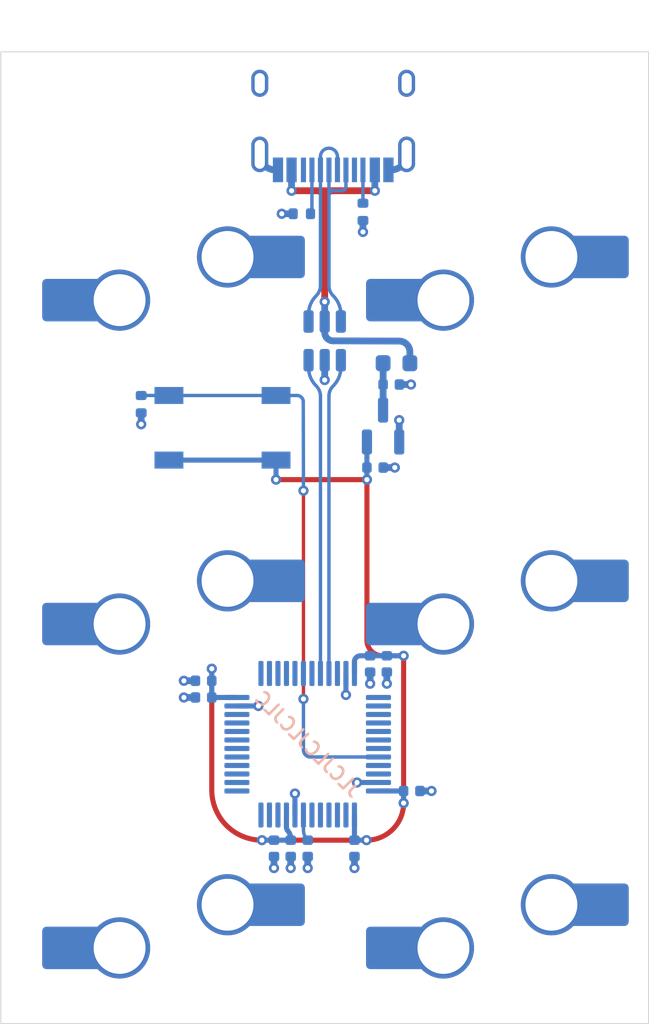
<source format=kicad_pcb>
(kicad_pcb (version 20240108) (generator "pcbnew") (generator_version "8.0")
  (title_block (title "ScottoModules (STM32F072CBT6)") (date "2024-07-13") (rev "2.0.0") (company "ScottoKeebs") (comment 1 "GND filled zone should be on In1.Cu and In2.Cu on a 4 layer board.") (comment 2 "GND can be used on F.Cu and B.Cu on a 2 layer board but not encouraged."))
  (layers (0 "F.Cu" signal) (1 "In1.Cu" signal) (2 "In2.Cu" signal) (31 "B.Cu" signal) (34 "B.Paste" user) (35 "F.Paste" user) (36 "B.SilkS" user "B.Silkscreen") (37 "F.SilkS" user "F.Silkscreen") (38 "B.Mask" user) (39 "F.Mask" user) (44 "Edge.Cuts" user))
  (net 0 "")
  (net 1 "GND")
  (net 2 "+3.3V")
  (net 3 "+5V")
  (net 4 "VBUS")
  (net 5 "/USB_D+")
  (net 6 "Net-(J1-CC1)")
  (net 7 "/USB_D-")
  (net 8 "Net-(J1-CC2)")
  (net 9 "/A7")
  (net 10 "/A0")
  (net 11 "/A6")
  (net 12 "/A9")
  (net 13 "/A5")
  (net 14 "/A3")
  (net 15 "/A1")
  (net 16 "/A8")
  (net 17 "/A4")
  (net 18 "/A13")
  (net 19 "/A14")
  (net 20 "/A15")
  (net 21 "/A10")
  (net 22 "/A2")
  (net 23 "/MCU_D-")
  (net 24 "/MCU_D+")
  (net 25 "/NRST")
  (net 26 "/BOOT0")
  (net 27 "/B12")
  (net 28 "/B3")
  (net 29 "/B6")
  (net 30 "/B0")
  (net 31 "/B8")
  (net 32 "/B7")
  (net 33 "/B2")
  (net 34 "/B4")
  (net 35 "/B1")
  (net 36 "/B13")
  (net 37 "/F1")
  (net 38 "/B9")
  (net 39 "/C13")
  (net 40 "/B10")
  (net 41 "/C14")
  (net 42 "/B15")
  (net 43 "/F0")
  (net 44 "/C15")
  (net 45 "/B11")
  (net 46 "/B5")
  (net 47 "/B14")
  (footprint "ScottoKeebs_Components:Resistor_0402" (layer "B.Cu") (at 153.412447 79.839505 -90)
    (property "Reference" "R3" (hide yes))
    (property "Value" "5.1k" (hide yes))
    (pad "1" smd roundrect (at -0.51 0 270) (size 0.54 0.64) (layers "B.Cu" "B.Paste" "B.Mask") (net 8 "Net-(J1-CC2)"))
    (pad "2" smd roundrect (at 0.51 0 270) (size 0.54 0.64) (layers "B.Cu" "B.Paste" "B.Mask") (net 1 "GND"))
  )
  (footprint "ScottoKeebs_Components:Capacitor_0402" (layer "B.Cu") (at 153.834952 106.429506 90)
    (property "Reference" "C16" (hide yes))
    (property "Value" "100nF")
    (pad "1" smd roundrect (at -0.48 0 90) (size 0.56 0.62) (layers "B.Cu" "B.Paste" "B.Mask") (net 1 "GND"))
    (pad "2" smd roundrect (at 0.48 0 90) (size 0.56 0.62) (layers "B.Cu" "B.Paste" "B.Mask") (net 2 "+3.3V"))
  )
  (footprint "ScottoKeebs_Scotto:MX_Hotswap_1.00u" (layer "B.Cu") (at 142.272445 83.762005 180)
    (property "Reference" "REF**" (hide yes))
    (property "Value" "MX_1.00u_PG151101S11")
    (pad "" np_thru_hole circle (at -4.445 3.81) (size 1.75 1.75) (drill 1.75) (layers "F&B.Cu" "*.Mask") (clearance 0.1))
    (pad "" np_thru_hole circle (at 0.635 3.81) (size 4 4) (drill 4) (layers "*.Cu" "*.Mask"))
    (pad "" np_thru_hole circle (at 5.715 3.81) (size 1.75 1.75) (drill 1.75) (layers "*.Cu" "*.Mask"))
    (pad "1" smd roundrect (at -5.95 1.27) (size 3.55 2.5) (layers "B.Cu") (roundrect_rratio 0.1))
    (pad "1" thru_hole circle (at -3.175 1.27) (size 3.6 3.6) (drill 3.05) (layers "*.Cu" "*.Mask"))
    (pad "2" thru_hole circle (at 3.175 -1.27) (size 3.6 3.6) (drill 3.05) (layers "*.Cu" "*.Mask"))
    (pad "2" smd roundrect (at 5.955 -1.27) (size 3.55 2.5) (layers "B.Cu") (roundrect_rratio 0.1))
  )
  (footprint "ScottoKeebs_Components:USB_C_HRO_TYPE-C-31-M-12" (layer "B.Cu") (at 151.662445 73.327005)
    (property "Reference" "J1" (hide yes))
    (property "Value" "USB_C")
    (pad "" np_thru_hole circle (at -2.89 2.6) (size 0.65 0.65) (drill 0.65) (layers "*.Cu" "*.Mask"))
    (pad "" np_thru_hole circle (at 2.89 2.6) (size 0.65 0.65) (drill 0.65) (layers "*.Cu" "*.Mask"))
    (pad "A1" smd rect (at -3.25 4.045) (size 0.6 1.45) (layers "B.Cu" "B.Paste" "B.Mask") (net 1 "GND"))
    (pad "A4" smd rect (at -2.45 4.045) (size 0.6 1.45) (layers "B.Cu" "B.Paste" "B.Mask") (net 4 "VBUS"))
    (pad "A5" smd rect (at -1.25 4.045) (size 0.3 1.45) (layers "B.Cu" "B.Paste" "B.Mask") (net 6 "Net-(J1-CC1)"))
    (pad "A6" smd rect (at -0.25 4.045) (size 0.3 1.45) (layers "B.Cu" "B.Paste" "B.Mask") (net 5 "/USB_D+"))
    (pad "A7" smd rect (at 0.25 4.045) (size 0.3 1.45) (layers "B.Cu" "B.Paste" "B.Mask") (net 7 "/USB_D-"))
    (pad "A8" smd rect (at 1.25 4.045) (size 0.3 1.45) (layers "B.Cu" "B.Paste" "B.Mask"))
    (pad "A9" smd rect (at 2.45 4.045) (size 0.6 1.45) (layers "B.Cu" "B.Paste" "B.Mask") (net 4 "VBUS"))
    (pad "A12" smd rect (at 3.25 4.045) (size 0.6 1.45) (layers "B.Cu" "B.Paste" "B.Mask") (net 1 "GND"))
    (pad "B1" smd rect (at 3.25 4.045) (size 0.6 1.45) (layers "B.Cu" "B.Paste" "B.Mask") (net 1 "GND"))
    (pad "B4" smd rect (at 2.45 4.045) (size 0.6 1.45) (layers "B.Cu" "B.Paste" "B.Mask") (net 4 "VBUS"))
    (pad "B5" smd rect (at 1.75 4.045) (size 0.3 1.45) (layers "B.Cu" "B.Paste" "B.Mask") (net 8 "Net-(J1-CC2)"))
    (pad "B6" smd rect (at 0.75 4.045) (size 0.3 1.45) (layers "B.Cu" "B.Paste" "B.Mask") (net 5 "/USB_D+"))
    (pad "B7" smd rect (at -0.75 4.045) (size 0.3 1.45) (layers "B.Cu" "B.Paste" "B.Mask") (net 7 "/USB_D-"))
    (pad "B8" smd rect (at -1.75 4.045) (size 0.3 1.45) (layers "B.Cu" "B.Paste" "B.Mask"))
    (pad "B9" smd rect (at -2.45 4.045) (size 0.6 1.45) (layers "B.Cu" "B.Paste" "B.Mask") (net 4 "VBUS"))
    (pad "B12" smd rect (at -3.25 4.045) (size 0.6 1.45) (layers "B.Cu" "B.Paste" "B.Mask") (net 1 "GND"))
    (pad "S1" thru_hole oval (at -4.32 -1.05) (size 1 1.6) (drill oval 0.6 1.2) (layers "*.Cu" "*.Mask") (net 1 "GND"))
    (pad "S1" thru_hole oval (at -4.32 3.13) (size 1 2.1) (drill oval 0.6 1.7) (layers "*.Cu" "*.Mask") (net 1 "GND"))
    (pad "S1" thru_hole oval (at 4.32 -1.05) (size 1 1.6) (drill oval 0.6 1.2) (layers "*.Cu" "*.Mask") (net 1 "GND"))
    (pad "S1" thru_hole oval (at 4.32 3.13) (size 1 2.1) (drill oval 0.6 1.7) (layers "*.Cu" "*.Mask") (net 1 "GND"))
  )
  (footprint "ScottoKeebs_Components:ESD_SOT-23-6" (layer "B.Cu") (at 151.162445 87.427005 90)
    (property "Reference" "U4" (hide yes))
    (property "Value" "USBLC6-2SC6" (hide yes))
    (pad "1" smd roundrect (at -1.1375 0.95 90) (size 1.325 0.6) (layers "B.Cu" "B.Paste" "B.Mask") (net 24 "/MCU_D+"))
    (pad "2" smd roundrect (at -1.1375 0 90) (size 1.325 0.6) (layers "B.Cu" "B.Paste" "B.Mask") (net 1 "GND"))
    (pad "3" smd roundrect (at -1.1375 -0.95 90) (size 1.325 0.6) (layers "B.Cu" "B.Paste" "B.Mask") (net 23 "/MCU_D-"))
    (pad "4" smd roundrect (at 1.1375 -0.95 90) (size 1.325 0.6) (layers "B.Cu" "B.Paste" "B.Mask") (net 7 "/USB_D-"))
    (pad "5" smd roundrect (at 1.1375 0 90) (size 1.325 0.6) (layers "B.Cu" "B.Paste" "B.Mask") (net 4 "VBUS"))
    (pad "6" smd roundrect (at 1.1375 0.95 90) (size 1.325 0.6) (layers "B.Cu" "B.Paste" "B.Mask") (net 5 "/USB_D+"))
  )
  (footprint "ScottoKeebs_Scotto:MX_Hotswap_1.00u" (layer "B.Cu") (at 142.272445 102.812005 180)
    (property "Reference" "REF**" (hide yes))
    (property "Value" "MX_1.00u_PG151101S11")
    (pad "" np_thru_hole circle (at -4.445 3.81) (size 1.75 1.75) (drill 1.75) (layers "F&B.Cu" "*.Mask") (clearance 0.1))
    (pad "" np_thru_hole circle (at 0.635 3.81) (size 4 4) (drill 4) (layers "*.Cu" "*.Mask"))
    (pad "" np_thru_hole circle (at 5.715 3.81) (size 1.75 1.75) (drill 1.75) (layers "*.Cu" "*.Mask"))
    (pad "1" smd roundrect (at -5.95 1.27) (size 3.55 2.5) (layers "B.Cu") (roundrect_rratio 0.1))
    (pad "1" thru_hole circle (at -3.175 1.27) (size 3.6 3.6) (drill 3.05) (layers "*.Cu" "*.Mask"))
    (pad "2" thru_hole circle (at 3.175 -1.27) (size 3.6 3.6) (drill 3.05) (layers "*.Cu" "*.Mask"))
    (pad "2" smd roundrect (at 5.955 -1.27) (size 3.55 2.5) (layers "B.Cu") (roundrect_rratio 0.1))
  )
  (footprint "ScottoKeebs_Components:Capacitor_0402" (layer "B.Cu") (at 156.284945 113.902005 180)
    (property "Reference" "C13" (hide yes))
    (property "Value" "100nF")
    (pad "1" smd roundrect (at -0.48 0 180) (size 0.56 0.62) (layers "B.Cu" "B.Paste" "B.Mask") (net 1 "GND"))
    (pad "2" smd roundrect (at 0.48 0 180) (size 0.56 0.62) (layers "B.Cu" "B.Paste" "B.Mask") (net 2 "+3.3V"))
  )
  (footprint "ScottoKeebs_Components:Capacitor_0402" (layer "B.Cu") (at 149.162445 117.274505 90)
    (property "Reference" "C14" (hide yes))
    (property "Value" "10nF")
    (pad "1" smd roundrect (at -0.48 0 90) (size 0.56 0.62) (layers "B.Cu" "B.Paste" "B.Mask") (net 1 "GND"))
    (pad "2" smd roundrect (at 0.48 0 90) (size 0.56 0.62) (layers "B.Cu" "B.Paste" "B.Mask") (net 2 "+3.3V"))
  )
  (footprint "ScottoKeebs_Scotto:MX_Hotswap_1.00u" (layer "B.Cu") (at 142.272445 121.862005 180)
    (property "Reference" "REF**" (hide yes))
    (property "Value" "MX_1.00u_PG151101S11")
    (pad "" np_thru_hole circle (at -4.445 3.81) (size 1.75 1.75) (drill 1.75) (layers "F&B.Cu" "*.Mask") (clearance 0.1))
    (pad "" np_thru_hole circle (at 0.635 3.81) (size 4 4) (drill 4) (layers "*.Cu" "*.Mask"))
    (pad "" np_thru_hole circle (at 5.715 3.81) (size 1.75 1.75) (drill 1.75) (layers "*.Cu" "*.Mask"))
    (pad "1" smd roundrect (at -5.95 1.27) (size 3.55 2.5) (layers "B.Cu") (roundrect_rratio 0.1))
    (pad "1" thru_hole circle (at -3.175 1.27) (size 3.6 3.6) (drill 3.05) (layers "*.Cu" "*.Mask"))
    (pad "2" thru_hole circle (at 3.175 -1.27) (size 3.6 3.6) (drill 3.05) (layers "*.Cu" "*.Mask"))
    (pad "2" smd roundrect (at 5.955 -1.27) (size 3.55 2.5) (layers "B.Cu") (roundrect_rratio 0.1))
  )
  (footprint "ScottoKeebs_Scotto:MX_Hotswap_1.00u" (layer "B.Cu") (at 161.322445 83.762005 180)
    (property "Reference" "REF**" (hide yes))
    (property "Value" "MX_1.00u_PG151101S11")
    (pad "" np_thru_hole circle (at -4.445 3.81) (size 1.75 1.75) (drill 1.75) (layers "F&B.Cu" "*.Mask") (clearance 0.1))
    (pad "" np_thru_hole circle (at 0.635 3.81) (size 4 4) (drill 4) (layers "*.Cu" "*.Mask"))
    (pad "" np_thru_hole circle (at 5.715 3.81) (size 1.75 1.75) (drill 1.75) (layers "*.Cu" "*.Mask"))
    (pad "1" smd roundrect (at -5.95 1.27) (size 3.55 2.5) (layers "B.Cu") (roundrect_rratio 0.1))
    (pad "1" thru_hole circle (at -3.175 1.27) (size 3.6 3.6) (drill 3.05) (layers "*.Cu" "*.Mask"))
    (pad "2" thru_hole circle (at 3.175 -1.27) (size 3.6 3.6) (drill 3.05) (layers "*.Cu" "*.Mask"))
    (pad "2" smd roundrect (at 5.955 -1.27) (size 3.55 2.5) (layers "B.Cu") (roundrect_rratio 0.1))
  )
  (footprint "ScottoKeebs_Scotto:MX_Hotswap_1.00u" (layer "B.Cu") (at 161.322445 121.862005 180)
    (property "Reference" "REF**" (hide yes))
    (property "Value" "MX_1.00u_PG151101S11")
    (pad "" np_thru_hole circle (at -4.445 3.81) (size 1.75 1.75) (drill 1.75) (layers "F&B.Cu" "*.Mask") (clearance 0.1))
    (pad "" np_thru_hole circle (at 0.635 3.81) (size 4 4) (drill 4) (layers "*.Cu" "*.Mask"))
    (pad "" np_thru_hole circle (at 5.715 3.81) (size 1.75 1.75) (drill 1.75) (layers "*.Cu" "*.Mask"))
    (pad "1" smd roundrect (at -5.95 1.27) (size 3.55 2.5) (layers "B.Cu") (roundrect_rratio 0.1))
    (pad "1" thru_hole circle (at -3.175 1.27) (size 3.6 3.6) (drill 3.05) (layers "*.Cu" "*.Mask"))
    (pad "2" thru_hole circle (at 3.175 -1.27) (size 3.6 3.6) (drill 3.05) (layers "*.Cu" "*.Mask"))
    (pad "2" smd roundrect (at 5.955 -1.27) (size 3.55 2.5) (layers "B.Cu") (roundrect_rratio 0.1))
  )
  (footprint "ScottoKeebs_Components:Package_LQFP-48_7x7mm_P0.5" (layer "B.Cu") (at 150.162445 111.152005 90)
    (property "Reference" "U1" (hide yes))
    (property "Value" "STM32F072CBT6" (hide yes))
    (pad "1" smd roundrect (at -4.1625 2.75 90) (size 1.475 0.3) (layers "B.Cu" "B.Paste" "B.Mask") (net 2 "+3.3V"))
    (pad "2" smd roundrect (at -4.1625 2.25 90) (size 1.475 0.3) (layers "B.Cu" "B.Paste" "B.Mask") (net 39 "/C13"))
    (pad "3" smd roundrect (at -4.1625 1.75 90) (size 1.475 0.3) (layers "B.Cu" "B.Paste" "B.Mask") (net 41 "/C14"))
    (pad "4" smd roundrect (at -4.1625 1.25 90) (size 1.475 0.3) (layers "B.Cu" "B.Paste" "B.Mask") (net 44 "/C15"))
    (pad "5" smd roundrect (at -4.1625 0.75 90) (size 1.475 0.3) (layers "B.Cu" "B.Paste" "B.Mask") (net 43 "/F0"))
    (pad "6" smd roundrect (at -4.1625 0.25 90) (size 1.475 0.3) (layers "B.Cu" "B.Paste" "B.Mask") (net 37 "/F1"))
    (pad "7" smd roundrect (at -4.1625 -0.25 90) (size 1.475 0.3) (layers "B.Cu" "B.Paste" "B.Mask") (net 25 "/NRST"))
    (pad "8" smd roundrect (at -4.1625 -0.75 90) (size 1.475 0.3) (layers "B.Cu" "B.Paste" "B.Mask") (net 1 "GND"))
    (pad "9" smd roundrect (at -4.1625 -1.25 90) (size 1.475 0.3) (layers "B.Cu" "B.Paste" "B.Mask") (net 2 "+3.3V"))
    (pad "10" smd roundrect (at -4.1625 -1.75 90) (size 1.475 0.3) (layers "B.Cu" "B.Paste" "B.Mask") (net 10 "/A0"))
    (pad "11" smd roundrect (at -4.1625 -2.25 90) (size 1.475 0.3) (layers "B.Cu" "B.Paste" "B.Mask") (net 15 "/A1"))
    (pad "12" smd roundrect (at -4.1625 -2.75 90) (size 1.475 0.3) (layers "B.Cu" "B.Paste" "B.Mask") (net 22 "/A2"))
    (pad "13" smd roundrect (at -2.75 -4.1625 90) (size 0.3 1.475) (layers "B.Cu" "B.Paste" "B.Mask") (net 14 "/A3"))
    (pad "14" smd roundrect (at -2.25 -4.1625 90) (size 0.3 1.475) (layers "B.Cu" "B.Paste" "B.Mask") (net 17 "/A4"))
    (pad "15" smd roundrect (at -1.75 -4.1625 90) (size 0.3 1.475) (layers "B.Cu" "B.Paste" "B.Mask") (net 13 "/A5"))
    (pad "16" smd roundrect (at -1.25 -4.1625 90) (size 0.3 1.475) (layers "B.Cu" "B.Paste" "B.Mask") (net 11 "/A6"))
    (pad "17" smd roundrect (at -0.75 -4.1625 90) (size 0.3 1.475) (layers "B.Cu" "B.Paste" "B.Mask") (net 9 "/A7"))
    (pad "18" smd roundrect (at -0.25 -4.1625 90) (size 0.3 1.475) (layers "B.Cu" "B.Paste" "B.Mask") (net 30 "/B0"))
    (pad "19" smd roundrect (at 0.25 -4.1625 90) (size 0.3 1.475) (layers "B.Cu" "B.Paste" "B.Mask") (net 35 "/B1"))
    (pad "20" smd roundrect (at 0.75 -4.1625 90) (size 0.3 1.475) (layers "B.Cu" "B.Paste" "B.Mask") (net 33 "/B2"))
    (pad "21" smd roundrect (at 1.25 -4.1625 90) (size 0.3 1.475) (layers "B.Cu" "B.Paste" "B.Mask") (net 40 "/B10"))
    (pad "22" smd roundrect (at 1.75 -4.1625 90) (size 0.3 1.475) (layers "B.Cu" "B.Paste" "B.Mask") (net 45 "/B11"))
    (pad "23" smd roundrect (at 2.25 -4.1625 90) (size 0.3 1.475) (layers "B.Cu" "B.Paste" "B.Mask") (net 1 "GND"))
    (pad "24" smd roundrect (at 2.75 -4.1625 90) (size 0.3 1.475) (layers "B.Cu" "B.Paste" "B.Mask") (net 2 "+3.3V"))
    (pad "25" smd roundrect (at 4.1625 -2.75 90) (size 1.475 0.3) (layers "B.Cu" "B.Paste" "B.Mask") (net 27 "/B12"))
    (pad "26" smd roundrect (at 4.1625 -2.25 90) (size 1.475 0.3) (layers "B.Cu" "B.Paste" "B.Mask") (net 36 "/B13"))
    (pad "27" smd roundrect (at 4.1625 -1.75 90) (size 1.475 0.3) (layers "B.Cu" "B.Paste" "B.Mask") (net 47 "/B14"))
    (pad "28" smd roundrect (at 4.1625 -1.25 90) (size 1.475 0.3) (layers "B.Cu" "B.Paste" "B.Mask") (net 42 "/B15"))
    (pad "29" smd roundrect (at 4.1625 -0.75 90) (size 1.475 0.3) (layers "B.Cu" "B.Paste" "B.Mask") (net 16 "/A8"))
    (pad "30" smd roundrect (at 4.1625 -0.25 90) (size 1.475 0.3) (layers "B.Cu" "B.Paste" "B.Mask") (net 12 "/A9"))
    (pad "31" smd roundrect (at 4.1625 0.25 90) (size 1.475 0.3) (layers "B.Cu" "B.Paste" "B.Mask") (net 21 "/A10"))
    (pad "32" smd roundrect (at 4.1625 0.75 90) (size 1.475 0.3) (layers "B.Cu" "B.Paste" "B.Mask") (net 23 "/MCU_D-"))
    (pad "33" smd roundrect (at 4.1625 1.25 90) (size 1.475 0.3) (layers "B.Cu" "B.Paste" "B.Mask") (net 24 "/MCU_D+"))
    (pad "34" smd roundrect (at 4.1625 1.75 90) (size 1.475 0.3) (layers "B.Cu" "B.Paste" "B.Mask") (net 18 "/A13"))
    (pad "35" smd roundrect (at 4.1625 2.25 90) (size 1.475 0.3) (layers "B.Cu" "B.Paste" "B.Mask") (net 1 "GND"))
    (pad "36" smd roundrect (at 4.1625 2.75 90) (size 1.475 0.3) (layers "B.Cu" "B.Paste" "B.Mask") (net 2 "+3.3V"))
    (pad "37" smd roundrect (at 2.75 4.1625 90) (size 0.3 1.475) (layers "B.Cu" "B.Paste" "B.Mask") (net 19 "/A14"))
    (pad "38" smd roundrect (at 2.25 4.1625 90) (size 0.3 1.475) (layers "B.Cu" "B.Paste" "B.Mask") (net 20 "/A15"))
    (pad "39" smd roundrect (at 1.75 4.1625 90) (size 0.3 1.475) (layers "B.Cu" "B.Paste" "B.Mask") (net 28 "/B3"))
    (pad "40" smd roundrect (at 1.25 4.1625 90) (size 0.3 1.475) (layers "B.Cu" "B.Paste" "B.Mask") (net 34 "/B4"))
    (pad "41" smd roundrect (at 0.75 4.1625 90) (size 0.3 1.475) (layers "B.Cu" "B.Paste" "B.Mask") (net 46 "/B5"))
    (pad "42" smd roundrect (at 0.25 4.1625 90) (size 0.3 1.475) (layers "B.Cu" "B.Paste" "B.Mask") (net 29 "/B6"))
    (pad "43" smd roundrect (at -0.25 4.1625 90) (size 0.3 1.475) (layers "B.Cu" "B.Paste" "B.Mask") (net 32 "/B7"))
    (pad "44" smd roundrect (at -0.75 4.1625 90) (size 0.3 1.475) (layers "B.Cu" "B.Paste" "B.Mask") (net 26 "/BOOT0"))
    (pad "45" smd roundrect (at -1.25 4.1625 90) (size 0.3 1.475) (layers "B.Cu" "B.Paste" "B.Mask") (net 31 "/B8"))
    (pad "46" smd roundrect (at -1.75 4.1625 90) (size 0.3 1.475) (layers "B.Cu" "B.Paste" "B.Mask") (net 38 "/B9"))
    (pad "47" smd roundrect (at -2.25 4.1625 90) (size 0.3 1.475) (layers "B.Cu" "B.Paste" "B.Mask") (net 1 "GND"))
    (pad "48" smd roundrect (at -2.75 4.1625 90) (size 0.3 1.475) (layers "B.Cu" "B.Paste" "B.Mask") (net 2 "+3.3V"))
  )
  (footprint "ScottoKeebs_Components:Capacitor_0402" (layer "B.Cu") (at 144.039944 108.402002)
    (property "Reference" "C11" (hide yes))
    (property "Value" "100nF")
    (pad "1" smd roundrect (at -0.48 0) (size 0.56 0.62) (layers "B.Cu" "B.Paste" "B.Mask") (net 1 "GND"))
    (pad "2" smd roundrect (at 0.48 0) (size 0.56 0.62) (layers "B.Cu" "B.Paste" "B.Mask") (net 2 "+3.3V"))
  )
  (footprint "ScottoKeebs_Components:Capacitor_0402" (layer "B.Cu") (at 155.077196 89.994502)
    (property "Reference" "C8" (hide yes))
    (property "Value" "1uF")
    (pad "1" smd roundrect (at -0.48 0) (size 0.56 0.62) (layers "B.Cu" "B.Paste" "B.Mask") (net 3 "+5V"))
    (pad "2" smd roundrect (at 0.48 0) (size 0.56 0.62) (layers "B.Cu" "B.Paste" "B.Mask") (net 1 "GND"))
  )
  (footprint "ScottoKeebs_Components:Capacitor_0402" (layer "B.Cu") (at 152.912444 117.274506 90)
    (property "Reference" "C10" (hide yes))
    (property "Value" "100nF")
    (pad "1" smd roundrect (at -0.48 0 90) (size 0.56 0.62) (layers "B.Cu" "B.Paste" "B.Mask") (net 1 "GND"))
    (pad "2" smd roundrect (at 0.48 0 90) (size 0.56 0.62) (layers "B.Cu" "B.Paste" "B.Mask") (net 2 "+3.3V"))
  )
  (footprint "ScottoKeebs_Components:Capacitor_0402" (layer "B.Cu") (at 148.179945 117.274506 90)
    (property "Reference" "C15" (hide yes))
    (property "Value" "1uF")
    (pad "1" smd roundrect (at -0.48 0 90) (size 0.56 0.62) (layers "B.Cu" "B.Paste" "B.Mask") (net 1 "GND"))
    (pad "2" smd roundrect (at 0.48 0 90) (size 0.56 0.62) (layers "B.Cu" "B.Paste" "B.Mask") (net 2 "+3.3V"))
  )
  (footprint "ScottoKeebs_Scotto:MX_Hotswap_1.00u" (layer "B.Cu") (at 161.322445 102.812005 180)
    (property "Reference" "REF**" (hide yes))
    (property "Value" "MX_1.00u_PG151101S11")
    (pad "" np_thru_hole circle (at -4.445 3.81) (size 1.75 1.75) (drill 1.75) (layers "F&B.Cu" "*.Mask") (clearance 0.1))
    (pad "" np_thru_hole circle (at 0.635 3.81) (size 4 4) (drill 4) (layers "*.Cu" "*.Mask"))
    (pad "" np_thru_hole circle (at 5.715 3.81) (size 1.75 1.75) (drill 1.75) (layers "*.Cu" "*.Mask"))
    (pad "1" smd roundrect (at -5.95 1.27) (size 3.55 2.5) (layers "B.Cu") (roundrect_rratio 0.1))
    (pad "1" thru_hole circle (at -3.175 1.27) (size 3.6 3.6) (drill 3.05) (layers "*.Cu" "*.Mask"))
    (pad "2" thru_hole circle (at 3.175 -1.27) (size 3.6 3.6) (drill 3.05) (layers "*.Cu" "*.Mask"))
    (pad "2" smd roundrect (at 5.955 -1.27) (size 3.55 2.5) (layers "B.Cu") (roundrect_rratio 0.1))
  )
  (footprint "ScottoKeebs_Components:Resistor_0402" (layer "B.Cu") (at 149.817445 79.952005 180)
    (property "Reference" "R2" (hide yes))
    (property "Value" "5.1k" (hide yes))
    (pad "1" smd roundrect (at -0.51 0 180) (size 0.54 0.64) (layers "B.Cu" "B.Paste" "B.Mask") (net 6 "Net-(J1-CC1)"))
    (pad "2" smd roundrect (at 0.51 0 180) (size 0.54 0.64) (layers "B.Cu" "B.Paste" "B.Mask") (net 1 "GND"))
  )
  (footprint "ScottoKeebs_Components:Capacitor_0402" (layer "B.Cu") (at 150.162444 117.274505 -90)
    (property "Reference" "C7" (hide yes))
    (property "Value" "100nF")
    (pad "1" smd roundrect (at -0.48 0 270) (size 0.56 0.62) (layers "B.Cu" "B.Paste" "B.Mask") (net 25 "/NRST"))
    (pad "2" smd roundrect (at 0.48 0 270) (size 0.56 0.62) (layers "B.Cu" "B.Paste" "B.Mask") (net 1 "GND"))
  )
  (footprint "ScottoKeebs_Components:Capacitor_0402" (layer "B.Cu") (at 154.817445 106.429508 90)
    (property "Reference" "C17" (hide yes))
    (property "Value" "4.7uF")
    (pad "1" smd roundrect (at -0.48 0 90) (size 0.56 0.62) (layers "B.Cu" "B.Paste" "B.Mask") (net 1 "GND"))
    (pad "2" smd roundrect (at 0.48 0 90) (size 0.56 0.62) (layers "B.Cu" "B.Paste" "B.Mask") (net 2 "+3.3V"))
  )
  (footprint "ScottoKeebs_Components:Voltage_SOT-23" (layer "B.Cu") (at 154.596196 92.437002 90)
    (property "Reference" "U3" (hide yes))
    (property "Value" "XC6206")
    (pad "1" smd roundrect (at -0.9375 0.95 90) (size 1.475 0.6) (layers "B.Cu" "B.Paste" "B.Mask") (net 1 "GND"))
    (pad "2" smd roundrect (at -0.9375 -0.95 90) (size 1.475 0.6) (layers "B.Cu" "B.Paste" "B.Mask") (net 2 "+3.3V"))
    (pad "3" smd roundrect (at 0.9375 0 90) (size 1.475 0.6) (layers "B.Cu" "B.Paste" "B.Mask") (net 3 "+5V"))
  )
  (footprint "ScottoKeebs_Components:Resistor_0402" (layer "B.Cu") (at 140.367449 91.152 90)
    (property "Reference" "R1" (hide yes))
    (property "Value" "10k" (hide yes))
    (pad "1" smd roundrect (at -0.51 0 90) (size 0.54 0.64) (layers "B.Cu" "B.Paste" "B.Mask") (net 1 "GND"))
    (pad "2" smd roundrect (at 0.51 0 90) (size 0.54 0.64) (layers "B.Cu" "B.Paste" "B.Mask") (net 26 "/BOOT0"))
  )
  (footprint "ScottoKeebs_Components:Fuse_0603" (layer "B.Cu") (at 155.386194 88.742002 180)
    (property "Reference" "F1" (hide yes))
    (property "Value" "500mA" (hide yes))
    (pad "1" smd roundrect (at -0.7875 0 180) (size 0.875 0.95) (layers "B.Cu" "B.Paste" "B.Mask") (net 4 "VBUS"))
    (pad "2" smd roundrect (at 0.7875 0 180) (size 0.875 0.95) (layers "B.Cu" "B.Paste" "B.Mask") (net 3 "+5V"))
  )
  (footprint "ScottoKeebs_Components:Button_TL3342" (layer "B.Cu") (at 145.149945 92.539506)
    (property "Reference" "SW1" (hide yes))
    (property "Value" "SW_Push")
    (pad "1" smd rect (at -3.15 1.9) (size 1.7 1) (layers "B.Cu" "B.Paste" "B.Mask") (net 2 "+3.3V"))
    (pad "1" smd rect (at 3.15 1.9) (size 1.7 1) (layers "B.Cu" "B.Paste" "B.Mask") (net 2 "+3.3V"))
    (pad "2" smd rect (at -3.15 -1.9) (size 1.7 1) (layers "B.Cu" "B.Paste" "B.Mask") (net 26 "/BOOT0"))
    (pad "2" smd rect (at 3.15 -1.9) (size 1.7 1) (layers "B.Cu" "B.Paste" "B.Mask") (net 26 "/BOOT0"))
  )
  (footprint "ScottoKeebs_Components:Capacitor_0402" (layer "B.Cu") (at 154.126196 94.879502)
    (property "Reference" "C9" (hide yes))
    (property "Value" "1uF")
    (pad "1" smd roundrect (at -0.48 0) (size 0.56 0.62) (layers "B.Cu" "B.Paste" "B.Mask") (net 2 "+3.3V"))
    (pad "2" smd roundrect (at 0.48 0) (size 0.56 0.62) (layers "B.Cu" "B.Paste" "B.Mask") (net 1 "GND"))
  )
  (footprint "ScottoKeebs_Components:Capacitor_0402" (layer "B.Cu") (at 144.039937 107.419502)
    (property "Reference" "C12" (hide yes))
    (property "Value" "4.7uF")
    (pad "1" smd roundrect (at -0.48 0) (size 0.56 0.62) (layers "B.Cu" "B.Paste" "B.Mask") (net 1 "GND"))
    (pad "2" smd roundrect (at 0.48 0) (size 0.56 0.62) (layers "B.Cu" "B.Paste" "B.Mask") (net 2 "+3.3V"))
  )
  (gr_rect (start 132.112445 70.427005) (end 170.212445 127.577005) (stroke (width 0.05)) (fill none) (layer "Edge.Cuts"))
  (gr_text "JLCJLCJLCJLC" (at 150.162445 111.152005 -45) (layer "B.SilkS") (effects (font (size 0.8 0.8)) (justify mirror)))
  (via (at 140.367447 92.331997) (size 0.6) (drill 0.3) (layers "F.Cu" "B.Cu") (net 1))
  (via (at 150.162444 118.434505) (size 0.6) (drill 0.3) (layers "F.Cu" "B.Cu") (net 1))
  (via (at 142.879944 108.402003) (size 0.6) (drill 0.3) (layers "F.Cu" "B.Cu") (net 1))
  (via (at 142.879945 107.419499) (size 0.6) (drill 0.3) (layers "F.Cu" "B.Cu") (net 1))
  (via (at 152.912448 118.434505) (size 0.6) (drill 0.3) (layers "F.Cu" "B.Cu") (net 1))
  (via (at 153.41245 81.019506) (size 0.6) (drill 0.3) (layers "F.Cu" "B.Cu") (net 1))
  (via (at 155.544946 92.08951) (size 0.6) (drill 0.3) (layers "F.Cu" "B.Cu") (net 1))
  (via (at 149.412445 114.052005) (size 0.6) (drill 0.3) (layers "F.Cu" "B.Cu") (net 1))
  (via (at 152.412445 108.252005) (size 0.6) (drill 0.3) (layers "F.Cu" "B.Cu") (net 1))
  (via (at 153.062445 113.402005) (size 0.6) (drill 0.3) (layers "F.Cu" "B.Cu") (net 1))
  (via (at 148.179946 118.434507) (size 0.6) (drill 0.3) (layers "F.Cu" "B.Cu") (net 1))
  (via (at 147.262445 108.902005) (size 0.6) (drill 0.3) (layers "F.Cu" "B.Cu") (net 1))
  (via (at 151.161568 89.730653) (size 0.6) (drill 0.3) (layers "F.Cu" "B.Cu") (net 1))
  (via (at 156.237196 89.994502) (size 0.6) (drill 0.3) (layers "F.Cu" "B.Cu") (net 1))
  (via (at 154.817447 107.589509) (size 0.6) (drill 0.3) (layers "F.Cu" "B.Cu") (net 1))
  (via (at 157.444945 113.902005) (size 0.6) (drill 0.3) (layers "F.Cu" "B.Cu") (net 1))
  (via (at 153.834946 107.589508) (size 0.6) (drill 0.3) (layers "F.Cu" "B.Cu") (net 1))
  (via (at 155.286196 94.879502) (size 0.6) (drill 0.3) (layers "F.Cu" "B.Cu") (net 1))
  (via (at 149.162444 118.434505) (size 0.6) (drill 0.3) (layers "F.Cu" "B.Cu") (net 1))
  (via (at 148.637445 79.952005) (size 0.6) (drill 0.3) (layers "F.Cu" "B.Cu") (net 1))
  (segment (start 152.412445 106.989505) (end 152.412445 108.252005) (width 0.3) (layer "B.Cu") (net 1))
  (segment (start 155.546196 92.09076) (end 155.544946 92.08951) (width 0.4) (layer "B.Cu") (net 1))
  (segment (start 153.83495 106.909505) (end 153.83495 107.589504) (width 0.4) (layer "B.Cu") (net 1))
  (segment (start 149.307445 79.952005) (end 148.637445 79.952005) (width 0.4) (layer "B.Cu") (net 1))
  (segment (start 143.559946 107.4195) (end 142.879945 107.419499) (width 0.4) (layer "B.Cu") (net 1))
  (segment (start 148.179946 117.754506) (end 148.179946 118.434507) (width 0.4) (layer "B.Cu") (net 1))
  (segment (start 149.162444 117.754505) (end 149.162444 118.434505) (width 0.4) (layer "B.Cu") (net 1))
  (segment (start 155.557196 89.994502) (end 156.237196 89.994502) (width 0.4) (layer "B.Cu") (net 1))
  (segment (start 153.83495 107.589504) (end 153.834946 107.589508) (width 0.4) (layer "B.Cu") (net 1))
  (segment (start 155.546196 93.374502) (end 155.546196 92.09076) (width 0.4) (layer "B.Cu") (net 1))
  (segment (start 145.999945 108.902005) (end 147.262445 108.902005) (width 0.3) (layer "B.Cu") (net 1))
  (segment (start 140.367445 91.662002) (end 140.367447 92.331997) (width 0.4) (layer "B.Cu") (net 1))
  (segment (start 151.162445 89.729776) (end 151.161568 89.730653) (width 0.4) (layer "B.Cu") (net 1))
  (segment (start 154.606196 94.879502) (end 155.286196 94.879502) (width 0.4) (layer "B.Cu") (net 1))
  (segment (start 152.912448 117.754504) (end 152.912448 118.434505) (width 0.4) (layer "B.Cu") (net 1))
  (segment (start 143.559944 108.402003) (end 142.879944 108.402003) (width 0.4) (layer "B.Cu") (net 1))
  (segment (start 151.162445 88.564505) (end 151.162445 89.729776) (width 0.4) (layer "B.Cu") (net 1))
  (segment (start 148.412445 77.372005) (end 148.257445 77.372005) (width 0.4) (layer "B.Cu") (net 1))
  (segment (start 150.162444 117.754505) (end 150.162444 118.434505) (width 0.4) (layer "B.Cu") (net 1))
  (segment (start 156.764945 113.902005) (end 157.444945 113.902005) (width 0.4) (layer "B.Cu") (net 1))
  (segment (start 154.817446 107.589508) (end 154.817447 107.589509) (width 0.4) (layer "B.Cu") (net 1))
  (segment (start 149.412445 115.314505) (end 149.412445 114.052005) (width 0.3) (layer "B.Cu") (net 1))
  (segment (start 154.912445 77.372005) (end 155.067445 77.372005) (width 0.4) (layer "B.Cu") (net 1))
  (segment (start 154.324945 113.402005) (end 153.062445 113.402005) (width 0.3) (layer "B.Cu") (net 1))
  (segment (start 153.412447 80.349505) (end 153.412447 81.019499) (width 0.4) (layer "B.Cu") (net 1))
  (segment (start 154.817446 106.909504) (end 154.817446 107.589508) (width 0.4) (layer "B.Cu") (net 1))
  (segment (start 153.412447 81.019499) (end 153.41245 81.019506) (width 0.4) (layer "B.Cu") (net 1))
  (arc (start 155.067445 77.372005) (mid 155.714448 77.104008) (end 155.982445 76.457005) (width 0.4) (layer "B.Cu") (net 1))
  (arc (start 148.257445 77.372005) (mid 147.610442 77.104008) (end 147.342445 76.457005) (width 0.4) (layer "B.Cu") (net 1))
  (segment (start 147.469946 116.794507) (end 147.469945 116.794506) (width 0.3) (layer "F.Cu") (net 2))
  (segment (start 155.804945 114.612007) (end 155.804945 114.612005) (width 0.3) (layer "F.Cu") (net 2))
  (segment (start 155.804945 114.612005) (end 155.804945 105.949507) (width 0.3) (layer "F.Cu") (net 2))
  (segment (start 154.56495 105.949507) (end 155.804945 105.949507) (width 0.3) (layer "F.Cu") (net 2))
  (segment (start 153.646196 95.589502) (end 153.646196 105.030753) (width 0.3) (layer "F.Cu") (net 2))
  (segment (start 153.622445 116.794507) (end 147.469946 116.794507) (width 0.3) (layer "F.Cu") (net 2))
  (segment (start 153.646196 95.589502) (end 148.29995 95.589502) (width 0.3) (layer "F.Cu") (net 2))
  (segment (start 144.519937 113.844498) (end 144.519937 106.709502) (width 0.3) (layer "F.Cu") (net 2))
  (via (at 153.622445 116.794507) (size 0.6) (drill 0.3) (layers "F.Cu" "B.Cu") (net 2))
  (via (at 153.646196 95.589502) (size 0.6) (drill 0.3) (layers "F.Cu" "B.Cu") (net 2))
  (via (at 155.804945 114.612005) (size 0.6) (drill 0.3) (layers "F.Cu" "B.Cu") (net 2))
  (via (at 147.469945 116.794506) (size 0.6) (drill 0.3) (layers "F.Cu" "B.Cu") (net 2))
  (via (at 155.804945 105.949507) (size 0.6) (drill 0.3) (layers "F.Cu" "B.Cu") (net 2))
  (via (at 144.519937 106.709502) (size 0.6) (drill 0.3) (layers "F.Cu" "B.Cu") (net 2))
  (via (at 148.29995 95.589502) (size 0.6) (drill 0.3) (layers "F.Cu" "B.Cu") (net 2))
  (arc (start 147.469945 116.794506) (mid 145.383974 115.930469) (end 144.519937 113.844498) (width 0.3) (layer "F.Cu") (net 2))
  (arc (start 153.646196 105.030753) (mid 153.915293 105.68041) (end 154.56495 105.949507) (width 0.3) (layer "F.Cu") (net 2))
  (arc (start 153.622445 116.794507) (mid 155.165706 116.155268) (end 155.804945 114.612007) (width 0.3) (layer "F.Cu") (net 2))
  (segment (start 152.912445 106.989505) (end 152.912445 106.297001) (width 0.3) (layer "B.Cu") (net 2))
  (segment (start 148.925299 116.116643) (end 148.937373 116.156161) (width 0.3) (layer "B.Cu") (net 2))
  (segment (start 144.519944 108.402004) (end 144.519944 107.419508) (width 0.3) (layer "B.Cu") (net 2))
  (segment (start 148.915475 116.062617) (end 148.925299 116.116643) (width 0.3) (layer "B.Cu") (net 2))
  (segment (start 155.804945 105.949507) (end 154.817449 105.949507) (width 0.3) (layer "B.Cu") (net 2))
  (segment (start 153.834959 105.949512) (end 153.834954 105.949507) (width 0.3) (layer "B.Cu") (net 2))
  (segment (start 148.179944 116.794506) (end 147.469945 116.794506) (width 0.3) (layer "B.Cu") (net 2))
  (segment (start 145.999945 108.402005) (end 144.519944 108.402005) (width 0.3) (layer "B.Cu") (net 2))
  (segment (start 152.912445 116.794503) (end 152.912446 116.794504) (width 0.3) (layer "B.Cu") (net 2))
  (segment (start 149.162445 116.794505) (end 148.179945 116.794506) (width 0.3) (layer "B.Cu") (net 2))
  (segment (start 154.817444 105.949512) (end 153.834959 105.949512) (width 0.3) (layer "B.Cu") (net 2))
  (segment (start 148.29995 94.439506) (end 148.29995 95.589502) (width 0.3) (layer "B.Cu") (net 2))
  (segment (start 148.949263 116.184859) (end 148.959928 116.205614) (width 0.3) (layer "B.Cu") (net 2))
  (segment (start 154.817449 105.949507) (end 154.817444 105.949512) (width 0.3) (layer "B.Cu") (net 2))
  (segment (start 153.646196 93.374502) (end 153.646196 94.879502) (width 0.3) (layer "B.Cu") (net 2))
  (segment (start 148.937373 116.156161) (end 148.949263 116.184859) (width 0.3) (layer "B.Cu") (net 2))
  (segment (start 144.519937 107.419504) (end 144.519937 106.709502) (width 0.3) (layer "B.Cu") (net 2))
  (segment (start 153.834954 105.949507) (end 153.259939 105.949507) (width 0.3) (layer "B.Cu") (net 2))
  (segment (start 155.804945 113.902005) (end 155.804945 114.612005) (width 0.3) (layer "B.Cu") (net 2))
  (segment (start 148.912445 115.314505) (end 148.912445 115.98982) (width 0.3) (layer "B.Cu") (net 2))
  (segment (start 144.519944 107.419508) (end 144.519946 107.419504) (width 0.3) (layer "B.Cu") (net 2))
  (segment (start 141.999945 94.439506) (end 148.299945 94.439506) (width 0.3) (layer "B.Cu") (net 2))
  (segment (start 152.912446 116.794507) (end 153.622445 116.794507) (width 0.3) (layer "B.Cu") (net 2))
  (segment (start 152.912445 115.314505) (end 152.912445 116.794503) (width 0.3) (layer "B.Cu") (net 2))
  (segment (start 148.912445 115.98982) (end 148.915475 116.062617) (width 0.3) (layer "B.Cu") (net 2))
  (segment (start 149.162445 116.694533) (end 149.162445 116.794505) (width 0.3) (layer "B.Cu") (net 2))
  (segment (start 153.646196 94.879502) (end 153.646196 95.589502) (width 0.3) (layer "B.Cu") (net 2))
  (segment (start 154.324945 113.902005) (end 155.804945 113.902005) (width 0.3) (layer "B.Cu") (net 2))
  (arc (start 148.959928 116.205614) (mid 149.109812 116.429932) (end 149.162445 116.694533) (width 0.3) (layer "B.Cu") (net 2))
  (arc (start 153.259939 105.949507) (mid 153.014224 106.051286) (end 152.912445 106.297001) (width 0.3) (layer "B.Cu") (net 2))
  (segment (start 154.597196 89.994502) (end 154.597196 91.498502) (width 0.4) (layer "B.Cu") (net 3))
  (segment (start 154.598694 89.993004) (end 154.597196 89.994502) (width 0.4) (layer "B.Cu") (net 3))
  (segment (start 154.598694 88.742002) (end 154.598694 89.993004) (width 0.4) (layer "B.Cu") (net 3))
  (segment (start 154.597196 91.498502) (end 154.596196 91.499502) (width 0.4) (layer "B.Cu") (net 3))
  (segment (start 151.662445 78.597005) (end 154.112445 78.597005) (width 0.4) (layer "F.Cu") (net 4))
  (segment (start 151.162445 79.097005) (end 151.162445 85.127005) (width 0.4) (layer "F.Cu") (net 4))
  (segment (start 150.662445 78.597005) (end 149.212445 78.597005) (width 0.4) (layer "F.Cu") (net 4))
  (via (at 151.162445 85.127005) (size 0.6) (drill 0.3) (layers "F.Cu" "B.Cu") (net 4))
  (via (at 149.212445 78.597005) (size 0.6) (drill 0.3) (layers "F.Cu" "B.Cu") (net 4))
  (via (at 154.112445 78.597005) (size 0.6) (drill 0.3) (layers "F.Cu" "B.Cu") (net 4))
  (segment (start 151.162445 86.289505) (end 151.162445 86.927005) (width 0.4) (layer "B.Cu") (net 4))
  (segment (start 154.112445 77.372005) (end 154.112445 78.597005) (width 0.4) (layer "B.Cu") (net 4))
  (segment (start 149.212445 77.372005) (end 149.212445 78.597005) (width 0.4) (layer "B.Cu") (net 4))
  (segment (start 151.162445 86.289505) (end 151.162445 85.127005) (width 0.4) (layer "B.Cu") (net 4))
  (segment (start 156.173694 88.742002) (end 156.173694 88.077381) (width 0.4) (layer "B.Cu") (net 4))
  (segment (start 151.662445 87.427005) (end 155.536196 87.439883) (width 0.4) (layer "B.Cu") (net 4))
  (arc (start 151.162445 86.927005) (mid 151.308892 87.280558) (end 151.662445 87.427005) (width 0.4) (layer "B.Cu") (net 4))
  (arc (start 156.173694 88.077381) (mid 155.986975 87.626602) (end 155.536196 87.439883) (width 0.4) (layer "B.Cu") (net 4))
  (segment (start 151.412445 83.627005) (end 151.412445 84.173452) (width 0.2) (layer "B.Cu") (net 5))
  (segment (start 151.412445 77.372005) (end 151.412445 78.347005) (width 0.2) (layer "B.Cu") (net 5))
  (segment (start 152.162445 78.597005) (end 151.662445 78.597005) (width 0.2) (layer "B.Cu") (net 5))
  (segment (start 151.413146 78.861271) (end 151.413146 83.625313) (width 0.2) (layer "B.Cu") (net 5))
  (segment (start 152.412445 77.372005) (end 152.412445 78.347005) (width 0.2) (layer "B.Cu") (net 5))
  (segment (start 151.413146 83.625313) (end 151.412445 83.627005) (width 0.2) (layer "B.Cu") (net 5))
  (segment (start 152.112445 85.863401) (end 152.112445 86.289505) (width 0.2) (layer "B.Cu") (net 5))
  (segment (start 151.412445 78.847005) (end 151.413146 78.861271) (width 0.2) (layer "B.Cu") (net 5))
  (arc (start 151.412445 84.173452) (mid 151.477418 84.500092) (end 151.662445 84.777005) (width 0.2) (layer "B.Cu") (net 5))
  (arc (start 152.412445 78.347005) (mid 152.339222 78.523782) (end 152.162445 78.597005) (width 0.2) (layer "B.Cu") (net 5))
  (arc (start 151.662445 84.777005) (mid 151.995494 85.275448) (end 152.112445 85.863401) (width 0.2) (layer "B.Cu") (net 5))
  (segment (start 150.412445 77.372005) (end 150.412445 79.746797) (width 0.2) (layer "B.Cu") (net 6))
  (arc (start 150.412445 79.746797) (mid 150.390354 79.857855) (end 150.327445 79.952005) (width 0.2) (layer "B.Cu") (net 6))
  (segment (start 150.212445 86.289505) (end 150.212445 85.863401) (width 0.2) (layer "B.Cu") (net 7))
  (segment (start 150.912445 84.173452) (end 150.912445 77.372005) (width 0.2) (layer "B.Cu") (net 7))
  (segment (start 151.912445 76.597005) (end 151.912445 77.372005) (width 0.2) (layer "B.Cu") (net 7))
  (segment (start 150.912445 77.372005) (end 150.912445 76.597005) (width 0.2) (layer "B.Cu") (net 7))
  (arc (start 150.912445 76.597005) (mid 151.058892 76.243452) (end 151.412445 76.097005) (width 0.2) (layer "B.Cu") (net 7))
  (arc (start 150.212445 85.863401) (mid 150.329396 85.275448) (end 150.662445 84.777005) (width 0.2) (layer "B.Cu") (net 7))
  (arc (start 150.662445 84.777005) (mid 150.847472 84.500092) (end 150.912445 84.173452) (width 0.2) (layer "B.Cu") (net 7))
  (arc (start 151.412445 76.097005) (mid 151.765998 76.243452) (end 151.912445 76.597005) (width 0.2) (layer "B.Cu") (net 7))
  (segment (start 153.412445 77.372005) (end 153.412445 79.329501) (width 0.2) (layer "B.Cu") (net 8))
  (segment (start 153.412445 79.329501) (end 153.412447 79.329505) (width 0.2) (layer "B.Cu") (net 8))
  (segment (start 150.212445 88.564505) (end 150.212445 88.990609) (width 0.2) (layer "B.Cu") (net 23))
  (segment (start 150.912445 96.235031) (end 150.912445 106.989505) (width 0.2) (layer "B.Cu") (net 23))
  (segment (start 150.912447 90.680563) (end 150.912447 96.235029) (width 0.2) (layer "B.Cu") (net 23))
  (segment (start 150.912447 106.989503) (end 150.912445 106.989505) (width 0.2) (layer "B.Cu") (net 23))
  (segment (start 150.912447 96.235029) (end 150.912445 96.235031) (width 0.2) (layer "B.Cu") (net 23))
  (arc (start 150.212445 88.990609) (mid 150.329396 89.578562) (end 150.662445 90.077005) (width 0.2) (layer "B.Cu") (net 23))
  (arc (start 150.662445 90.077005) (mid 150.847474 90.35392) (end 150.912447 90.680563) (width 0.2) (layer "B.Cu") (net 23))
  (segment (start 151.412445 96.235031) (end 151.412445 106.989505) (width 0.2) (layer "B.Cu") (net 24))
  (segment (start 151.412447 90.680553) (end 151.412447 96.235029) (width 0.2) (layer "B.Cu") (net 24))
  (segment (start 151.412447 96.235029) (end 151.412445 96.235031) (width 0.2) (layer "B.Cu") (net 24))
  (segment (start 152.112445 88.564505) (end 152.112445 88.990609) (width 0.2) (layer "B.Cu") (net 24))
  (arc (start 152.112445 88.990609) (mid 151.995493 89.578562) (end 151.662445 90.077005) (width 0.2) (layer "B.Cu") (net 24))
  (arc (start 151.662445 90.077005) (mid 151.477419 90.353915) (end 151.412447 90.680553) (width 0.2) (layer "B.Cu") (net 24))
  (segment (start 149.912445 116.190955) (end 149.912445 115.314505) (width 0.2) (layer "B.Cu") (net 25))
  (arc (start 150.162444 116.794505) (mid 149.977417 116.517594) (end 149.912445 116.190955) (width 0.2) (layer "B.Cu") (net 25))
  (segment (start 149.912445 96.239502) (end 149.912445 108.489505) (width 0.2) (layer "F.Cu") (net 26))
  (via (at 149.912445 96.239502) (size 0.6) (drill 0.3) (layers "F.Cu" "B.Cu") (net 26))
  (via (at 149.912445 108.489505) (size 0.6) (drill 0.3) (layers "F.Cu" "B.Cu") (net 26))
  (segment (start 149.912445 111.489505) (end 149.912445 108.489505) (width 0.2) (layer "B.Cu") (net 26))
  (segment (start 148.299945 90.639506) (end 149.538255 90.639506) (width 0.2) (layer "B.Cu") (net 26))
  (segment (start 154.324945 111.902005) (end 150.324945 111.902005) (width 0.2) (layer "B.Cu") (net 26))
  (segment (start 141.999939 90.639503) (end 140.369944 90.639497) (width 0.2) (layer "B.Cu") (net 26))
  (segment (start 149.912445 96.239502) (end 149.900754 91.002005) (width 0.2) (layer "B.Cu") (net 26))
  (segment (start 148.299945 90.639506) (end 141.999945 90.639506) (width 0.2) (layer "B.Cu") (net 26))
  (arc (start 149.538255 90.639506) (mid 149.794581 90.745679) (end 149.900754 91.002005) (width 0.2) (layer "B.Cu") (net 26))
  (arc (start 150.324945 111.902005) (mid 150.033263 111.781187) (end 149.912445 111.489505) (width 0.2) (layer "B.Cu") (net 26))
  (zone (net 4) (net_name "VBUS") (layer "F.Cu") (connect_pads yes (clearance 0)) (min_thickness 0.025) (fill yes (thermal_gap 0.5) (thermal_bridge_width 0.5) (island_removal_mode 1) (island_area_min 10))
    (polygon (pts (xy 151.66248 78.397008) (xy 151.701463 78.400848) (xy 151.71967 78.408389) (xy 151.738998 78.412236) (xy 151.755367 78.423176) (xy 151.773559 78.430711) (xy 151.787493 78.444645) (xy 151.803879 78.455596) (xy 151.814816 78.471968) (xy 151.828739 78.485891) (xy 151.83628 78.504097) (xy 151.847228 78.520485) (xy 151.851067 78.539797) (xy 151.858602 78.557987) (xy 151.858602 78.577693) (xy 151.862445 78.597023) (xy 151.858602 78.616333) (xy 151.858602 78.636023) (xy 151.85106 78.65423) (xy 151.847214 78.673558) (xy 151.836273 78.689927) (xy 151.828739 78.708119) (xy 151.814804 78.722053) (xy 151.803854 78.738439) (xy 151.787481 78.749376) (xy 151.773559 78.763299) (xy 151.755352 78.77084) (xy 151.738965 78.781788) (xy 151.719652 78.785627) (xy 151.701463 78.793162) (xy 151.681382 78.793236) (xy 151.662427 78.797005) (xy 151.662427 78.797045) (xy 151.614916 78.797041) (xy 151.524542 78.826398) (xy 151.447665 78.882247) (xy 151.391809 78.95912) (xy 151.362445 79.049492) (xy 151.362445 79.097003) (xy 151.362444 79.097007) (xy 151.362445 79.097007) (xy 151.356388 79.127453) (xy 151.347222 79.17354) (xy 151.34722 79.173542) (xy 151.34722 79.173544) (xy 151.329737 79.199707) (xy 151.303868 79.238425) (xy 151.303866 79.238426) (xy 151.303865 79.238428) (xy 151.265147 79.264297) (xy 151.238984 79.28178) (xy 151.238982 79.28178) (xy 151.23898 79.281782) (xy 151.192893 79.290948) (xy 151.162447 79.297005) (xy 151.162445 79.297004) (xy 151.162443 79.297005) (xy 151.131997 79.290948) (xy 151.08591 79.281782) (xy 151.085907 79.28178) (xy 151.085906 79.28178) (xy 151.059742 79.264297) (xy 151.021025 79.238428) (xy 151.021022 79.238425) (xy 150.995152 79.199707) (xy 150.97767 79.173544) (xy 150.977668 79.17354) (xy 150.968501 79.127453) (xy 150.962445 79.097007) (xy 150.962445 79.097003) (xy 150.962395 79.097003) (xy 150.962395 79.049491) (xy 150.933034 78.959117) (xy 150.877183 78.882238) (xy 150.80031 78.82638) (xy 150.709939 78.797009) (xy 150.662427 78.797005) (xy 150.662409 78.797001) (xy 150.623427 78.793162) (xy 150.605219 78.78562) (xy 150.585892 78.781774) (xy 150.569522 78.770833) (xy 150.551331 78.763299) (xy 150.537396 78.749364) (xy 150.521011 78.738414) (xy 150.510073 78.722041) (xy 150.496151 78.708119) (xy 150.488609 78.689912) (xy 150.477662 78.673525) (xy 150.473822 78.654212) (xy 150.466288 78.636023) (xy 150.466288 78.616316) (xy 150.462445 78.596987) (xy 150.466288 78.577676) (xy 150.466288 78.557987) (xy 150.473829 78.539779) (xy 150.477676 78.520452) (xy 150.488616 78.504082) (xy 150.496151 78.485891) (xy 150.510085 78.471956) (xy 150.521036 78.455571) (xy 150.537408 78.444633) (xy 150.551331 78.430711) (xy 150.569537 78.423169) (xy 150.585925 78.412222) (xy 150.605237 78.408382) (xy 150.623427 78.400848) (xy 150.643507 78.400773) (xy 150.662463 78.397005) (xy 150.698626 78.400569) (xy 151.662445 78.397005) (xy 151.662463 78.397006) (xy 151.662463 78.397005)))
  )
  (zone (net 5) (net_name "/USB_D+") (layer "B.Cu") (connect_pads yes (clearance 0)) (min_thickness 0.025) (fill yes (thermal_gap 0.5) (thermal_bridge_width 0.5) (island_removal_mode 1) (island_area_min 10))
    (polygon (pts (xy 151.42223 78.249627) (xy 151.432655 78.249627) (xy 151.451746 78.257535) (xy 151.462443 78.260401) (xy 151.465114 78.263072) (xy 151.468703 78.264559) (xy 151.496293 78.292149) (xy 151.497778 78.295734) (xy 151.499047 78.297003) (xy 151.500408 78.302085) (xy 151.511225 78.328197) (xy 151.511277 78.342644) (xy 151.512445 78.347003) (xy 151.512395 78.347003) (xy 151.512396 78.376844) (xy 151.535239 78.431981) (xy 151.577444 78.474178) (xy 151.632586 78.49701) (xy 151.662427 78.497005) (xy 151.662463 78.497014) (xy 151.662463 78.497005) (xy 151.687733 78.50378) (xy 151.712429 78.510393) (xy 151.712441 78.510405) (xy 151.712461 78.510411) (xy 151.730746 78.528703) (xy 151.749039 78.546989) (xy 151.749044 78.547008) (xy 151.749057 78.547021) (xy 151.755669 78.571716) (xy 151.762445 78.596987) (xy 151.76244 78.597005) (xy 151.762445 78.597023) (xy 151.755669 78.622293) (xy 151.749057 78.646989) (xy 151.749044 78.647001) (xy 151.749039 78.647021) (xy 151.730746 78.665306) (xy 151.712461 78.683599) (xy 151.712441 78.683604) (xy 151.712429 78.683617) (xy 151.687733 78.690229) (xy 151.662463 78.697005) (xy 151.662438 78.697001) (xy 151.662427 78.697005) (xy 151.662427 78.697045) (xy 151.632595 78.69704) (xy 151.577471 78.719865) (xy 151.535279 78.76205) (xy 151.512982 78.815873) (xy 151.513146 78.861271) (xy 151.511225 78.88078) (xy 151.496293 78.916828) (xy 151.468703 78.944418) (xy 151.432655 78.95935) (xy 151.393637 78.95935) (xy 151.357589 78.944418) (xy 151.329999 78.916828) (xy 151.315067 78.88078) (xy 151.314979 78.856465) (xy 151.312445 78.847007) (xy 151.314878 78.828521) (xy 151.313164 78.35285) (xy 151.312395 78.347007) (xy 151.312445 78.347007) (xy 151.313662 78.342463) (xy 151.315067 78.328197) (xy 151.321911 78.311672) (xy 151.325841 78.297007) (xy 151.329504 78.293343) (xy 151.329999 78.292149) (xy 151.357589 78.264559) (xy 151.35878 78.264065) (xy 151.362443 78.260403) (xy 151.37711 78.256472) (xy 151.393637 78.249627) (xy 151.402658 78.249627) (xy 151.412443 78.247005)))
  )
)
</source>
